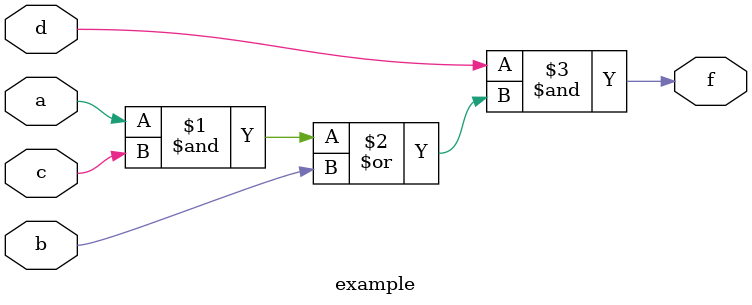
<source format=v>
module example (
	a, b, c, d, f);
	input a, b, c, d;
	output f;
	assign f = (d & ((a & c) | b));
endmodule
</source>
